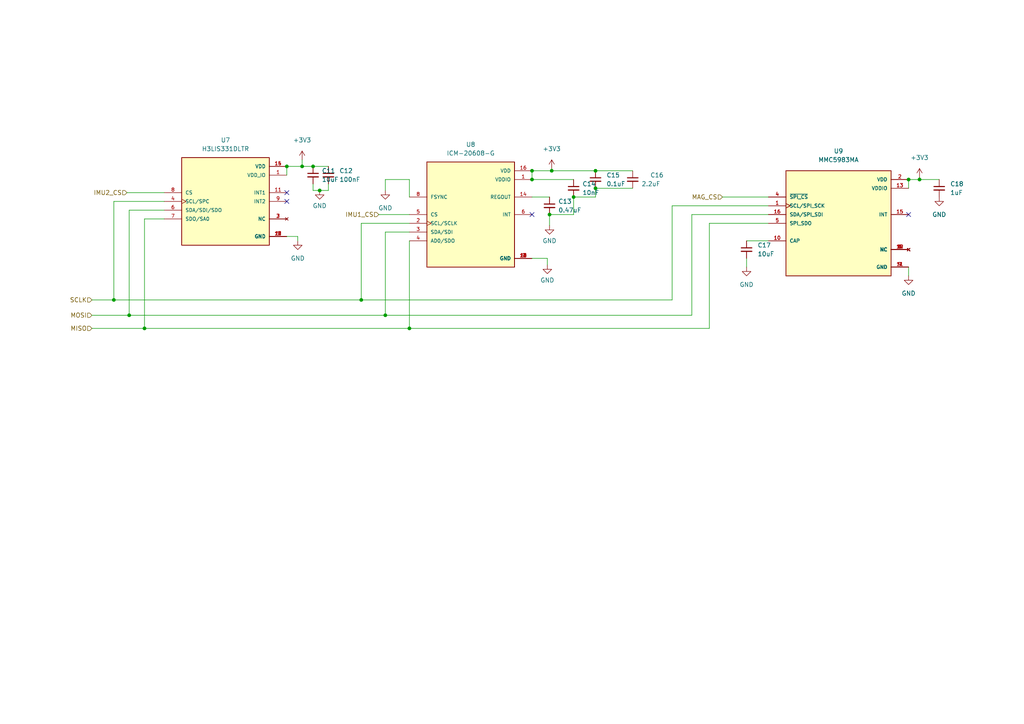
<source format=kicad_sch>
(kicad_sch (version 20211123) (generator eeschema)
  (paper "A4")
  (lib_symbols
    (symbol "Device:C_Small" (pin_numbers hide) (pin_names (offset 0.254) hide)
      (property "Reference" "C" (at 0.254 1.778 0))
      (property "Value" "C_Small" (at 0.254 -2.032 0))
      (symbol "C_Small_0_1"
        (polyline (pts (xy -1.524 -0.508) (xy 1.524 -0.508)) (stroke (width 0.3302)))
        (polyline (pts (xy -1.524 0.508) (xy 1.524 0.508)) (stroke (width 0.3048)))
      )
      (symbol "C_Small_1_1"
        (pin passive line (at 0 2.54 270) (length 2.032) (name "~") (number "1"))
        (pin passive line (at 0 -2.54 90) (length 2.032) (name "~") (number "2"))
      )
    )
    (symbol "iclr:H3LIS100DLTR" (pin_names (offset 1.016))
      (property "Reference" "U" (at -12.7 13.589 0))
      (property "Value" "H3LIS100DLTR" (at -12.7 -15.24 0))
      (symbol "H3LIS100DLTR_0_0"
        (rectangle (start -12.7 -12.7) (end 12.7 12.7) (stroke (width 0.254)) (fill (type background)))
        (pin power_in line (at 17.78 7.62 180) (length 5.08) (name "VDD_IO") (number "1"))
        (pin power_in line (at 17.78 -10.16 180) (length 5.08) (name "GND") (number "10"))
        (pin output line (at 17.78 2.54 180) (length 5.08) (name "INT1") (number "11"))
        (pin power_in line (at 17.78 -10.16 180) (length 5.08) (name "GND") (number "12"))
        (pin power_in line (at 17.78 -10.16 180) (length 5.08) (name "GND") (number "13"))
        (pin power_in line (at 17.78 10.16 180) (length 5.08) (name "VDD") (number "14"))
        (pin power_in line (at 17.78 10.16 180) (length 5.08) (name "VDD") (number "15"))
        (pin power_in line (at 17.78 -10.16 180) (length 5.08) (name "GND") (number "16"))
        (pin no_connect line (at 17.78 -5.08 180) (length 5.08) (name "NC") (number "2"))
        (pin no_connect line (at 17.78 -5.08 180) (length 5.08) (name "NC") (number "3"))
        (pin input clock (at -17.78 0 0) (length 5.08) (name "SCL/SPC") (number "4"))
        (pin power_in line (at 17.78 -10.16 180) (length 5.08) (name "GND") (number "5"))
        (pin bidirectional line (at -17.78 -2.54 0) (length 5.08) (name "SDA/SDI/SDO") (number "6"))
        (pin bidirectional line (at -17.78 -5.08 0) (length 5.08) (name "SDO/SA0") (number "7"))
        (pin input line (at -17.78 2.54 0) (length 5.08) (name "CS") (number "8"))
        (pin output line (at 17.78 0 180) (length 5.08) (name "INT2") (number "9"))
      )
    )
    (symbol "iclr:ICM-20608-G" (pin_names (offset 1.016))
      (property "Reference" "U" (at -12.7 16.002 0))
      (property "Value" "ICM-20608-G" (at -12.7 -17.78 0))
      (symbol "ICM-20608-G_0_0"
        (rectangle (start -12.7 -15.24) (end 12.7 15.24) (stroke (width 0.254)) (fill (type background)))
        (pin power_in line (at 17.78 10.16 180) (length 5.08) (name "VDDIO") (number "1"))
        (pin power_in line (at 17.78 -12.7 180) (length 5.08) (name "GND") (number "10"))
        (pin power_in line (at 17.78 -12.7 180) (length 5.08) (name "GND") (number "11"))
        (pin power_in line (at 17.78 -12.7 180) (length 5.08) (name "GND") (number "12"))
        (pin power_in line (at 17.78 -12.7 180) (length 5.08) (name "GND") (number "13"))
        (pin output line (at 17.78 5.08 180) (length 5.08) (name "REGOUT") (number "14"))
        (pin power_in line (at 17.78 -12.7 180) (length 5.08) (name "GND") (number "15"))
        (pin power_in line (at 17.78 12.7 180) (length 5.08) (name "VDD") (number "16"))
        (pin input clock (at -17.78 -2.54 0) (length 5.08) (name "SCL/SCLK") (number "2"))
        (pin bidirectional line (at -17.78 -5.08 0) (length 5.08) (name "SDA/SDI") (number "3"))
        (pin bidirectional line (at -17.78 -7.62 0) (length 5.08) (name "AD0/SDO") (number "4"))
        (pin input line (at -17.78 0 0) (length 5.08) (name "CS") (number "5"))
        (pin output line (at 17.78 0 180) (length 5.08) (name "INT") (number "6"))
        (pin input line (at -17.78 5.08 0) (length 5.08) (name "FSYNC") (number "8"))
        (pin power_in line (at 17.78 -12.7 180) (length 5.08) (name "GND") (number "9"))
      )
    )
    (symbol "iclr:MMC5983MA" (pin_names (offset 1.016))
      (property "Reference" "U" (at -15.24 15.24 0))
      (property "Value" "MMC5983MA" (at -15.24 -17.78 0))
      (symbol "MMC5983MA_0_0"
        (rectangle (start -15.24 -15.24) (end 15.24 15.24) (stroke (width 0.254)) (fill (type background)))
        (pin input clock (at -20.32 5.08 0) (length 5.08) (name "SCL/SPI_SCK") (number "1"))
        (pin passive line (at -20.32 -5.08 0) (length 5.08) (name "CAP") (number "10"))
        (pin power_in line (at 20.32 -12.7 180) (length 5.08) (name "GND") (number "11"))
        (pin no_connect line (at 20.32 -7.62 180) (length 5.08) (name "NC") (number "12"))
        (pin power_in line (at 20.32 10.16 180) (length 5.08) (name "VDDIO") (number "13"))
        (pin no_connect line (at 20.32 -7.62 180) (length 5.08) (name "NC") (number "14"))
        (pin output line (at 20.32 2.54 180) (length 5.08) (name "INT") (number "15"))
        (pin bidirectional line (at -20.32 2.54 0) (length 5.08) (name "SDA/SPI_SDI") (number "16"))
        (pin power_in line (at 20.32 12.7 180) (length 5.08) (name "VDD") (number "2"))
        (pin no_connect line (at 20.32 -7.62 180) (length 5.08) (name "NC") (number "3"))
        (pin input line (at -20.32 7.62 0) (length 5.08) (name "~{SPI_CS}") (number "4"))
        (pin output line (at -20.32 0 0) (length 5.08) (name "SPI_SDO") (number "5"))
        (pin no_connect line (at 20.32 -7.62 180) (length 5.08) (name "NC") (number "6"))
        (pin no_connect line (at 20.32 -7.62 180) (length 5.08) (name "NC") (number "7"))
        (pin no_connect line (at 20.32 -7.62 180) (length 5.08) (name "NC") (number "8"))
        (pin power_in line (at 20.32 -12.7 180) (length 5.08) (name "GND") (number "9"))
      )
    )
    (symbol "power:+3.3V" (power) (pin_names (offset 0))
      (property "Value" "+3.3V" (at 0 3.556 0))
      (symbol "+3.3V_0_1"
        (polyline (pts (xy -0.762 1.27) (xy 0 2.54)))
        (polyline (pts (xy 0 0) (xy 0 2.54)))
        (polyline (pts (xy 0 2.54) (xy 0.762 1.27)))
      )
      (symbol "+3.3V_1_1"
        (pin power_in line (at 0 0 90) (length 0) hide (name "+3V3") (number "1"))
      )
    )
    (symbol "power:GND" (power) (pin_names (offset 0))
      (property "Value" "GND" (at 0 -3.81 0))
      (symbol "GND_0_1"
        (polyline (pts (xy 0 0) (xy 0 -1.27) (xy 1.27 -1.27) (xy 0 -2.54) (xy -1.27 -1.27) (xy 0 -1.27)))
      )
      (symbol "GND_1_1"
        (pin power_in line (at 0 0 270) (length 0) hide (name "GND") (number "1"))
      )
    )
  )
  (junction (at 92.71 55.245))
  (junction (at 159.385 62.23))
  (junction (at 33.02 86.995))
  (junction (at 37.465 91.44))
  (junction (at 154.305 52.07))
  (junction (at 154.305 49.53))
  (junction (at 118.745 95.25))
  (junction (at 104.775 86.995))
  (junction (at 111.76 91.44))
  (junction (at 172.72 49.53))
  (junction (at 160.02 49.53))
  (junction (at 172.72 54.61))
  (junction (at 83.185 48.26))
  (junction (at 90.805 48.26))
  (junction (at 87.63 48.26))
  (junction (at 166.37 57.15))
  (junction (at 41.91 95.25))
  (junction (at 266.7 52.07))
  (junction (at 263.525 52.07))
  (no_connect (at 83.185 55.88))
  (no_connect (at 83.185 58.42))
  (no_connect (at 154.305 62.23))
  (no_connect (at 263.525 62.23))
  (wire (pts (xy 159.385 62.23) (xy 166.37 62.23)))
  (wire (pts (xy 166.37 62.23) (xy 166.37 57.15)))
  (wire (pts (xy 216.535 74.93) (xy 216.535 77.47)))
  (wire (pts (xy 172.72 54.61) (xy 183.515 54.61)))
  (wire (pts (xy 111.76 52.07) (xy 111.76 55.245)))
  (wire (pts (xy 26.67 86.995) (xy 33.02 86.995)))
  (wire (pts (xy 200.66 62.23) (xy 200.66 91.44)))
  (wire (pts (xy 263.525 52.07) (xy 263.525 54.61)))
  (wire (pts (xy 172.72 49.53) (xy 183.515 49.53)))
  (wire (pts (xy 160.02 49.53) (xy 160.02 48.895)))
  (wire (pts (xy 222.885 62.23) (xy 200.66 62.23)))
  (wire (pts (xy 160.02 49.53) (xy 172.72 49.53)))
  (wire (pts (xy 87.63 48.26) (xy 83.185 48.26)))
  (wire (pts (xy 37.465 60.96) (xy 37.465 91.44)))
  (wire (pts (xy 118.745 57.15) (xy 118.745 52.07)))
  (wire (pts (xy 266.7 52.07) (xy 272.415 52.07)))
  (wire (pts (xy 90.805 53.34) (xy 90.805 55.245)))
  (wire (pts (xy 87.63 48.26) (xy 90.805 48.26)))
  (wire (pts (xy 263.525 77.47) (xy 263.525 80.01)))
  (wire (pts (xy 166.37 57.15) (xy 172.72 57.15)))
  (wire (pts (xy 154.305 49.53) (xy 154.305 52.07)))
  (wire (pts (xy 205.74 64.77) (xy 205.74 95.25)))
  (wire (pts (xy 118.745 95.25) (xy 41.91 95.25)))
  (wire (pts (xy 90.805 48.26) (xy 95.25 48.26)))
  (wire (pts (xy 104.775 64.77) (xy 104.775 86.995)))
  (wire (pts (xy 26.67 91.44) (xy 37.465 91.44)))
  (wire (pts (xy 95.25 55.245) (xy 95.25 53.34)))
  (wire (pts (xy 216.535 69.85) (xy 222.885 69.85)))
  (wire (pts (xy 111.76 91.44) (xy 200.66 91.44)))
  (wire (pts (xy 154.305 52.07) (xy 166.37 52.07)))
  (wire (pts (xy 41.91 63.5) (xy 47.625 63.5)))
  (wire (pts (xy 83.185 48.26) (xy 83.185 50.8)))
  (wire (pts (xy 104.775 86.995) (xy 33.02 86.995)))
  (wire (pts (xy 266.7 51.435) (xy 266.7 52.07)))
  (wire (pts (xy 86.36 69.85) (xy 86.36 68.58)))
  (wire (pts (xy 222.885 59.69) (xy 194.945 59.69)))
  (wire (pts (xy 118.745 67.31) (xy 111.76 67.31)))
  (wire (pts (xy 118.745 52.07) (xy 111.76 52.07)))
  (wire (pts (xy 87.63 46.355) (xy 87.63 48.26)))
  (wire (pts (xy 92.71 55.245) (xy 95.25 55.245)))
  (wire (pts (xy 109.855 62.23) (xy 118.745 62.23)))
  (wire (pts (xy 266.7 52.07) (xy 263.525 52.07)))
  (wire (pts (xy 111.76 91.44) (xy 37.465 91.44)))
  (wire (pts (xy 90.805 55.245) (xy 92.71 55.245)))
  (wire (pts (xy 104.775 86.995) (xy 194.945 86.995)))
  (wire (pts (xy 172.72 57.15) (xy 172.72 54.61)))
  (wire (pts (xy 158.75 74.93) (xy 154.305 74.93)))
  (wire (pts (xy 41.91 95.25) (xy 41.91 63.5)))
  (wire (pts (xy 209.55 57.15) (xy 222.885 57.15)))
  (wire (pts (xy 37.465 60.96) (xy 47.625 60.96)))
  (wire (pts (xy 86.36 68.58) (xy 83.185 68.58)))
  (wire (pts (xy 33.02 58.42) (xy 47.625 58.42)))
  (wire (pts (xy 222.885 64.77) (xy 205.74 64.77)))
  (wire (pts (xy 36.83 55.88) (xy 47.625 55.88)))
  (wire (pts (xy 159.385 62.23) (xy 159.385 65.405)))
  (wire (pts (xy 118.745 69.85) (xy 118.745 95.25)))
  (wire (pts (xy 205.74 95.25) (xy 118.745 95.25)))
  (wire (pts (xy 158.75 76.835) (xy 158.75 74.93)))
  (wire (pts (xy 26.67 95.25) (xy 41.91 95.25)))
  (wire (pts (xy 118.745 64.77) (xy 104.775 64.77)))
  (wire (pts (xy 33.02 58.42) (xy 33.02 86.995)))
  (wire (pts (xy 154.305 49.53) (xy 160.02 49.53)))
  (wire (pts (xy 194.945 59.69) (xy 194.945 86.995)))
  (wire (pts (xy 111.76 67.31) (xy 111.76 91.44)))
  (wire (pts (xy 154.305 57.15) (xy 159.385 57.15)))
  (hierarchical_label "SCLK" (shape input) (at 26.67 86.995 180))
  (hierarchical_label "MISO" (shape input) (at 26.67 95.25 180))
  (hierarchical_label "MOSI" (shape input) (at 26.67 91.44 180))
  (hierarchical_label "MAG_CS" (shape input) (at 209.55 57.15 180))
  (hierarchical_label "IMU2_CS" (shape input) (at 36.83 55.88 180))
  (hierarchical_label "IMU1_CS" (shape input) (at 109.855 62.23 180))
  (symbol (lib_id "power:GND") (at 86.36 69.85 0) (unit 1)
    (property "Reference" "#PWR067" (effects hide))
    (property "Value" "GND" (at 86.36 74.93 0))
  )
  (symbol (lib_id "Device:C_Small") (at 159.385 59.69 0) (unit 1)
    (property "Reference" "C13" (at 161.925 58.4262 0) (effects (justify left)))
    (property "Value" "0.47uF" (at 161.925 60.9662 0) (effects (justify left)))
    (property "Footprint" "Capacitor_SMD:C_0603_1608Metric" (effects hide))
  )
  (symbol (lib_id "power:GND") (at 272.415 57.15 0) (unit 1)
    (property "Reference" "#PWR077" (effects hide))
    (property "Value" "GND" (at 272.415 62.23 0))
  )
  (symbol (lib_id "power:GND") (at 263.525 80.01 0) (unit 1)
    (property "Reference" "#PWR075" (effects hide))
    (property "Value" "GND" (at 263.525 85.09 0))
  )
  (symbol (lib_id "Device:C_Small") (at 216.535 72.39 0) (unit 1)
    (property "Reference" "C17" (at 219.71 71.1262 0) (effects (justify left)))
    (property "Value" "10uF" (at 219.71 73.6662 0) (effects (justify left)))
    (property "Footprint" "Capacitor_SMD:C_0603_1608Metric" (effects hide))
  )
  (symbol (lib_id "iclr:ICM-20608-G") (at 136.525 62.23 0) (unit 1)
    (property "Reference" "U8" (at 136.525 41.91 0))
    (property "Value" "ICM-20608-G" (at 136.525 44.45 0))
    (property "Footprint" "iclr:PQFN50P300X300X80-16N" (effects hide))
    (property "MANUFACTURER" "TDK" (effects hide))
    (property "PARTREV" "1.0" (effects hide))
    (property "STANDARD" "IPC-7351B" (effects hide))
  )
  (symbol (lib_id "power:GND") (at 216.535 77.47 0) (unit 1)
    (property "Reference" "#PWR074" (effects hide))
    (property "Value" "GND" (at 216.535 82.55 0))
  )
  (symbol (lib_id "power:+3.3V") (at 160.02 48.895 0) (unit 1)
    (property "Reference" "#PWR073" (effects hide))
    (property "Value" "+3.3V" (at 160.02 43.18 0))
  )
  (symbol (lib_id "Device:C_Small") (at 272.415 54.61 0) (unit 1)
    (property "Reference" "C18" (at 275.59 53.3462 0) (effects (justify left)))
    (property "Value" "1uF" (at 275.59 55.8862 0) (effects (justify left)))
    (property "Footprint" "Capacitor_SMD:C_0603_1608Metric" (effects hide))
  )
  (symbol (lib_id "power:+3.3V") (at 87.63 46.355 0) (unit 1)
    (property "Reference" "#PWR068" (effects hide))
    (property "Value" "+3.3V" (at 87.63 40.64 0))
  )
  (symbol (lib_id "power:GND") (at 92.71 55.245 0) (unit 1)
    (property "Reference" "#PWR069" (effects hide))
    (property "Value" "GND" (at 92.71 59.69 0))
  )
  (symbol (lib_id "power:GND") (at 159.385 65.405 0) (unit 1)
    (property "Reference" "#PWR072" (effects hide))
    (property "Value" "GND" (at 159.385 69.85 0))
  )
  (symbol (lib_id "power:GND") (at 158.75 76.835 0) (unit 1)
    (property "Reference" "#PWR071" (effects hide))
    (property "Value" "GND" (at 158.75 81.28 0))
  )
  (symbol (lib_id "Device:C_Small") (at 172.72 52.07 0) (unit 1)
    (property "Reference" "C15" (at 175.895 50.8062 0) (effects (justify left)))
    (property "Value" "0.1uF" (at 175.895 53.3462 0) (effects (justify left)))
    (property "Footprint" "Capacitor_SMD:C_0603_1608Metric" (effects hide))
  )
  (symbol (lib_id "Device:C_Small") (at 90.805 50.8 0) (unit 1)
    (property "Reference" "C11" (at 93.345 49.5362 0) (effects (justify left)))
    (property "Value" "10uF" (at 93.345 52.0762 0) (effects (justify left)))
    (property "Footprint" "Capacitor_SMD:C_0603_1608Metric" (effects hide))
  )
  (symbol (lib_id "power:+3.3V") (at 266.7 51.435 0) (unit 1)
    (property "Reference" "#PWR076" (effects hide))
    (property "Value" "+3.3V" (at 266.7 45.72 0))
  )
  (symbol (lib_id "iclr:H3LIS100DLTR") (at 65.405 58.42 0) (unit 1)
    (property "Reference" "U7" (at 65.405 40.64 0))
    (property "Value" "H3LIS331DLTR" (at 65.405 43.18 0))
    (property "Footprint" "iclr:PQFN50P300X300X100-16N" (effects hide))
    (property "MAXIMUM_PACKAGE_HEIGHT" "1 mm" (effects hide))
    (property "MANUFACTURER" "STMicroelectronics" (effects hide))
    (property "PARTREV" "2" (effects hide))
    (property "STANDARD" "IPC 7351B" (effects hide))
  )
  (symbol (lib_id "Device:C_Small") (at 95.25 50.8 0) (unit 1)
    (property "Reference" "C12" (at 98.425 49.5362 0) (effects (justify left)))
    (property "Value" "100nF" (at 98.425 52.0762 0) (effects (justify left)))
    (property "Footprint" "Capacitor_SMD:C_0603_1608Metric" (effects hide))
  )
  (symbol (lib_id "iclr:MMC5983MA") (at 243.205 64.77 0) (unit 1)
    (property "Reference" "U9" (at 243.205 43.815 0))
    (property "Value" "MMC5983MA" (at 243.205 46.355 0))
    (property "Footprint" "iclr:PQFN50P300X300X100-16N" (effects hide))
    (property "MANUFACTURER" "Memsic Inc." (effects hide))
    (property "MAXIMUM_PACKAGE_HEIGHT" "1.00 mm" (effects hide))
    (property "PARTREV" "A" (effects hide))
    (property "STANDARD" "IPC 7351B" (effects hide))
  )
  (symbol (lib_id "Device:C_Small") (at 183.515 52.07 0) (unit 1)
    (property "Reference" "C16" (at 188.595 50.8 0) (effects (justify left)))
    (property "Value" "2.2uF" (at 186.055 53.3462 0) (effects (justify left)))
    (property "Footprint" "Capacitor_SMD:C_0603_1608Metric" (effects hide))
  )
  (symbol (lib_id "Device:C_Small") (at 166.37 54.61 0) (unit 1)
    (property "Reference" "C14" (at 168.91 53.3462 0) (effects (justify left)))
    (property "Value" "10nF" (at 168.91 55.8862 0) (effects (justify left)))
    (property "Footprint" "Capacitor_SMD:C_0603_1608Metric" (effects hide))
  )
  (symbol (lib_id "power:GND") (at 111.76 55.245 0) (unit 1)
    (property "Reference" "#PWR070" (effects hide))
    (property "Value" "GND" (at 111.76 60.325 0))
  )
)
</source>
